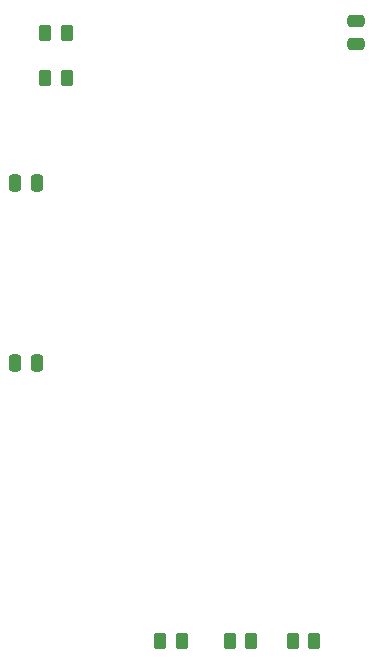
<source format=gbr>
%TF.GenerationSoftware,KiCad,Pcbnew,(6.0.1)*%
%TF.CreationDate,2022-02-14T23:43:43+08:00*%
%TF.ProjectId,SDisk2_Simple,53446973-6b32-45f5-9369-6d706c652e6b,rev?*%
%TF.SameCoordinates,Original*%
%TF.FileFunction,Paste,Top*%
%TF.FilePolarity,Positive*%
%FSLAX46Y46*%
G04 Gerber Fmt 4.6, Leading zero omitted, Abs format (unit mm)*
G04 Created by KiCad (PCBNEW (6.0.1)) date 2022-02-14 23:43:43*
%MOMM*%
%LPD*%
G01*
G04 APERTURE LIST*
G04 Aperture macros list*
%AMRoundRect*
0 Rectangle with rounded corners*
0 $1 Rounding radius*
0 $2 $3 $4 $5 $6 $7 $8 $9 X,Y pos of 4 corners*
0 Add a 4 corners polygon primitive as box body*
4,1,4,$2,$3,$4,$5,$6,$7,$8,$9,$2,$3,0*
0 Add four circle primitives for the rounded corners*
1,1,$1+$1,$2,$3*
1,1,$1+$1,$4,$5*
1,1,$1+$1,$6,$7*
1,1,$1+$1,$8,$9*
0 Add four rect primitives between the rounded corners*
20,1,$1+$1,$2,$3,$4,$5,0*
20,1,$1+$1,$4,$5,$6,$7,0*
20,1,$1+$1,$6,$7,$8,$9,0*
20,1,$1+$1,$8,$9,$2,$3,0*%
G04 Aperture macros list end*
%ADD10RoundRect,0.250000X-0.262500X-0.450000X0.262500X-0.450000X0.262500X0.450000X-0.262500X0.450000X0*%
%ADD11RoundRect,0.250000X0.250000X0.475000X-0.250000X0.475000X-0.250000X-0.475000X0.250000X-0.475000X0*%
%ADD12RoundRect,0.250000X0.262500X0.450000X-0.262500X0.450000X-0.262500X-0.450000X0.262500X-0.450000X0*%
%ADD13RoundRect,0.250000X0.475000X-0.250000X0.475000X0.250000X-0.475000X0.250000X-0.475000X-0.250000X0*%
G04 APERTURE END LIST*
D10*
%TO.C,R6*%
X20031322Y-3962836D03*
X21856322Y-3962836D03*
%TD*%
D11*
%TO.C,C6*%
X19353822Y-12852836D03*
X17453822Y-12852836D03*
%TD*%
D12*
%TO.C,R5*%
X37470103Y-51644541D03*
X35645103Y-51644541D03*
%TD*%
D13*
%TO.C,C1*%
X46343822Y-1102836D03*
X46343822Y797164D03*
%TD*%
D12*
%TO.C,R1*%
X21856322Y-152836D03*
X20031322Y-152836D03*
%TD*%
%TO.C,R3*%
X42798074Y-51644541D03*
X40973074Y-51644541D03*
%TD*%
D11*
%TO.C,C7*%
X19353822Y-28092836D03*
X17453822Y-28092836D03*
%TD*%
D12*
%TO.C,R2*%
X31595161Y-51644541D03*
X29770161Y-51644541D03*
%TD*%
M02*

</source>
